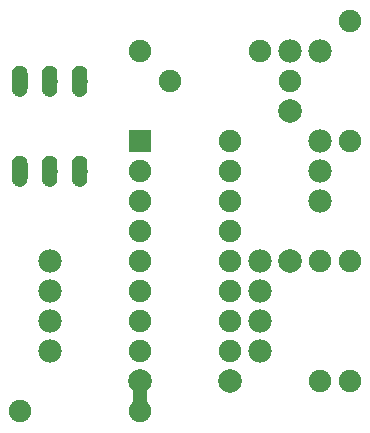
<source format=gtl>
G04 MADE WITH FRITZING*
G04 WWW.FRITZING.ORG*
G04 DOUBLE SIDED*
G04 HOLES PLATED*
G04 CONTOUR ON CENTER OF CONTOUR VECTOR*
%ASAXBY*%
%FSLAX23Y23*%
%MOIN*%
%OFA0B0*%
%SFA1.0B1.0*%
%ADD10C,0.078000*%
%ADD11C,0.075000*%
%ADD12C,0.052000*%
%ADD13C,0.078740*%
%ADD14R,0.075000X0.075000*%
%ADD15C,0.048000*%
%ADD16R,0.001000X0.001000*%
%LNCOPPER1*%
G90*
G70*
G54D10*
X1118Y888D03*
X1118Y988D03*
X1118Y1088D03*
X918Y388D03*
X918Y488D03*
X918Y588D03*
X918Y688D03*
X218Y388D03*
X218Y488D03*
X218Y588D03*
X218Y688D03*
G54D11*
X1218Y1088D03*
X1218Y1488D03*
X1218Y688D03*
X1218Y288D03*
X1118Y688D03*
X1118Y288D03*
G54D12*
X118Y988D03*
X218Y988D03*
X218Y1288D03*
X118Y1288D03*
X118Y988D03*
X218Y988D03*
X218Y1288D03*
X118Y1288D03*
X218Y988D03*
X318Y988D03*
X318Y1288D03*
X218Y1288D03*
X218Y988D03*
X318Y988D03*
X318Y1288D03*
X218Y1288D03*
G54D11*
X518Y1388D03*
X918Y1388D03*
X618Y1288D03*
X1018Y1288D03*
X118Y188D03*
X518Y188D03*
G54D10*
X1018Y1388D03*
X1118Y1388D03*
G54D13*
X818Y288D03*
X518Y288D03*
X1018Y1188D03*
X1018Y688D03*
G54D11*
X518Y1088D03*
X818Y1088D03*
X518Y988D03*
X818Y988D03*
X518Y888D03*
X818Y888D03*
X518Y788D03*
X818Y788D03*
X518Y688D03*
X818Y688D03*
X518Y588D03*
X818Y588D03*
X518Y488D03*
X818Y488D03*
X518Y388D03*
X818Y388D03*
G54D14*
X518Y1088D03*
G54D15*
X518Y216D02*
X518Y261D01*
G54D16*
X112Y1340D02*
X122Y1340D01*
X212Y1340D02*
X222Y1340D01*
X311Y1340D02*
X322Y1340D01*
X108Y1339D02*
X126Y1339D01*
X208Y1339D02*
X226Y1339D01*
X308Y1339D02*
X326Y1339D01*
X106Y1338D02*
X128Y1338D01*
X206Y1338D02*
X228Y1338D01*
X306Y1338D02*
X328Y1338D01*
X104Y1337D02*
X130Y1337D01*
X204Y1337D02*
X230Y1337D01*
X304Y1337D02*
X330Y1337D01*
X103Y1336D02*
X131Y1336D01*
X203Y1336D02*
X231Y1336D01*
X303Y1336D02*
X331Y1336D01*
X101Y1335D02*
X133Y1335D01*
X201Y1335D02*
X233Y1335D01*
X301Y1335D02*
X333Y1335D01*
X100Y1334D02*
X134Y1334D01*
X200Y1334D02*
X234Y1334D01*
X300Y1334D02*
X334Y1334D01*
X99Y1333D02*
X135Y1333D01*
X199Y1333D02*
X235Y1333D01*
X299Y1333D02*
X335Y1333D01*
X98Y1332D02*
X136Y1332D01*
X198Y1332D02*
X236Y1332D01*
X298Y1332D02*
X336Y1332D01*
X97Y1331D02*
X137Y1331D01*
X197Y1331D02*
X237Y1331D01*
X297Y1331D02*
X337Y1331D01*
X97Y1330D02*
X137Y1330D01*
X197Y1330D02*
X237Y1330D01*
X297Y1330D02*
X337Y1330D01*
X96Y1329D02*
X138Y1329D01*
X196Y1329D02*
X238Y1329D01*
X296Y1329D02*
X338Y1329D01*
X95Y1328D02*
X139Y1328D01*
X195Y1328D02*
X239Y1328D01*
X295Y1328D02*
X339Y1328D01*
X95Y1327D02*
X139Y1327D01*
X195Y1327D02*
X239Y1327D01*
X295Y1327D02*
X339Y1327D01*
X94Y1326D02*
X140Y1326D01*
X194Y1326D02*
X240Y1326D01*
X294Y1326D02*
X340Y1326D01*
X94Y1325D02*
X140Y1325D01*
X194Y1325D02*
X240Y1325D01*
X294Y1325D02*
X340Y1325D01*
X93Y1324D02*
X141Y1324D01*
X193Y1324D02*
X241Y1324D01*
X293Y1324D02*
X341Y1324D01*
X93Y1323D02*
X141Y1323D01*
X193Y1323D02*
X241Y1323D01*
X293Y1323D02*
X341Y1323D01*
X93Y1322D02*
X141Y1322D01*
X193Y1322D02*
X241Y1322D01*
X293Y1322D02*
X341Y1322D01*
X92Y1321D02*
X142Y1321D01*
X192Y1321D02*
X242Y1321D01*
X292Y1321D02*
X342Y1321D01*
X92Y1320D02*
X142Y1320D01*
X192Y1320D02*
X242Y1320D01*
X292Y1320D02*
X342Y1320D01*
X92Y1319D02*
X142Y1319D01*
X192Y1319D02*
X242Y1319D01*
X292Y1319D02*
X342Y1319D01*
X92Y1318D02*
X142Y1318D01*
X192Y1318D02*
X242Y1318D01*
X292Y1318D02*
X342Y1318D01*
X92Y1317D02*
X142Y1317D01*
X192Y1317D02*
X242Y1317D01*
X292Y1317D02*
X342Y1317D01*
X92Y1316D02*
X142Y1316D01*
X192Y1316D02*
X242Y1316D01*
X292Y1316D02*
X342Y1316D01*
X92Y1315D02*
X142Y1315D01*
X192Y1315D02*
X242Y1315D01*
X291Y1315D02*
X342Y1315D01*
X92Y1314D02*
X143Y1314D01*
X191Y1314D02*
X242Y1314D01*
X291Y1314D02*
X342Y1314D01*
X92Y1313D02*
X143Y1313D01*
X191Y1313D02*
X242Y1313D01*
X291Y1313D02*
X342Y1313D01*
X92Y1312D02*
X143Y1312D01*
X191Y1312D02*
X242Y1312D01*
X291Y1312D02*
X342Y1312D01*
X92Y1311D02*
X143Y1311D01*
X191Y1311D02*
X242Y1311D01*
X291Y1311D02*
X342Y1311D01*
X92Y1310D02*
X143Y1310D01*
X191Y1310D02*
X242Y1310D01*
X291Y1310D02*
X342Y1310D01*
X92Y1309D02*
X143Y1309D01*
X191Y1309D02*
X242Y1309D01*
X291Y1309D02*
X342Y1309D01*
X92Y1308D02*
X143Y1308D01*
X191Y1308D02*
X242Y1308D01*
X291Y1308D02*
X342Y1308D01*
X92Y1307D02*
X143Y1307D01*
X191Y1307D02*
X242Y1307D01*
X291Y1307D02*
X342Y1307D01*
X92Y1306D02*
X143Y1306D01*
X191Y1306D02*
X242Y1306D01*
X291Y1306D02*
X342Y1306D01*
X92Y1305D02*
X143Y1305D01*
X191Y1305D02*
X242Y1305D01*
X291Y1305D02*
X342Y1305D01*
X92Y1304D02*
X112Y1304D01*
X122Y1304D02*
X143Y1304D01*
X191Y1304D02*
X212Y1304D01*
X222Y1304D02*
X242Y1304D01*
X291Y1304D02*
X312Y1304D01*
X322Y1304D02*
X342Y1304D01*
X92Y1303D02*
X109Y1303D01*
X125Y1303D02*
X143Y1303D01*
X191Y1303D02*
X209Y1303D01*
X225Y1303D02*
X242Y1303D01*
X291Y1303D02*
X309Y1303D01*
X325Y1303D02*
X342Y1303D01*
X92Y1302D02*
X108Y1302D01*
X126Y1302D02*
X143Y1302D01*
X191Y1302D02*
X208Y1302D01*
X226Y1302D02*
X242Y1302D01*
X291Y1302D02*
X308Y1302D01*
X326Y1302D02*
X342Y1302D01*
X92Y1301D02*
X106Y1301D01*
X128Y1301D02*
X143Y1301D01*
X191Y1301D02*
X206Y1301D01*
X228Y1301D02*
X242Y1301D01*
X291Y1301D02*
X306Y1301D01*
X328Y1301D02*
X342Y1301D01*
X92Y1300D02*
X105Y1300D01*
X129Y1300D02*
X143Y1300D01*
X191Y1300D02*
X205Y1300D01*
X229Y1300D02*
X242Y1300D01*
X291Y1300D02*
X305Y1300D01*
X329Y1300D02*
X342Y1300D01*
X92Y1299D02*
X104Y1299D01*
X130Y1299D02*
X143Y1299D01*
X191Y1299D02*
X204Y1299D01*
X230Y1299D02*
X242Y1299D01*
X291Y1299D02*
X304Y1299D01*
X330Y1299D02*
X342Y1299D01*
X92Y1298D02*
X104Y1298D01*
X131Y1298D02*
X143Y1298D01*
X191Y1298D02*
X203Y1298D01*
X230Y1298D02*
X242Y1298D01*
X291Y1298D02*
X303Y1298D01*
X330Y1298D02*
X342Y1298D01*
X92Y1297D02*
X103Y1297D01*
X131Y1297D02*
X143Y1297D01*
X191Y1297D02*
X203Y1297D01*
X231Y1297D02*
X242Y1297D01*
X291Y1297D02*
X303Y1297D01*
X331Y1297D02*
X342Y1297D01*
X92Y1296D02*
X102Y1296D01*
X132Y1296D02*
X143Y1296D01*
X191Y1296D02*
X202Y1296D01*
X232Y1296D02*
X242Y1296D01*
X291Y1296D02*
X302Y1296D01*
X332Y1296D02*
X342Y1296D01*
X92Y1295D02*
X102Y1295D01*
X132Y1295D02*
X143Y1295D01*
X191Y1295D02*
X202Y1295D01*
X232Y1295D02*
X242Y1295D01*
X291Y1295D02*
X302Y1295D01*
X332Y1295D02*
X342Y1295D01*
X92Y1294D02*
X101Y1294D01*
X133Y1294D02*
X143Y1294D01*
X191Y1294D02*
X201Y1294D01*
X233Y1294D02*
X242Y1294D01*
X291Y1294D02*
X301Y1294D01*
X332Y1294D02*
X342Y1294D01*
X92Y1293D02*
X101Y1293D01*
X133Y1293D02*
X143Y1293D01*
X191Y1293D02*
X201Y1293D01*
X233Y1293D02*
X242Y1293D01*
X291Y1293D02*
X301Y1293D01*
X333Y1293D02*
X342Y1293D01*
X92Y1292D02*
X101Y1292D01*
X133Y1292D02*
X143Y1292D01*
X191Y1292D02*
X201Y1292D01*
X233Y1292D02*
X242Y1292D01*
X291Y1292D02*
X301Y1292D01*
X333Y1292D02*
X342Y1292D01*
X92Y1291D02*
X101Y1291D01*
X133Y1291D02*
X143Y1291D01*
X191Y1291D02*
X201Y1291D01*
X233Y1291D02*
X242Y1291D01*
X291Y1291D02*
X301Y1291D01*
X333Y1291D02*
X342Y1291D01*
X92Y1290D02*
X101Y1290D01*
X133Y1290D02*
X143Y1290D01*
X191Y1290D02*
X201Y1290D01*
X233Y1290D02*
X242Y1290D01*
X291Y1290D02*
X301Y1290D01*
X333Y1290D02*
X342Y1290D01*
X92Y1289D02*
X101Y1289D01*
X133Y1289D02*
X143Y1289D01*
X191Y1289D02*
X201Y1289D01*
X233Y1289D02*
X242Y1289D01*
X291Y1289D02*
X301Y1289D01*
X333Y1289D02*
X342Y1289D01*
X92Y1288D02*
X101Y1288D01*
X133Y1288D02*
X143Y1288D01*
X191Y1288D02*
X201Y1288D01*
X233Y1288D02*
X242Y1288D01*
X291Y1288D02*
X301Y1288D01*
X333Y1288D02*
X342Y1288D01*
X92Y1287D02*
X101Y1287D01*
X133Y1287D02*
X143Y1287D01*
X191Y1287D02*
X201Y1287D01*
X233Y1287D02*
X242Y1287D01*
X291Y1287D02*
X301Y1287D01*
X333Y1287D02*
X342Y1287D01*
X92Y1286D02*
X101Y1286D01*
X133Y1286D02*
X143Y1286D01*
X191Y1286D02*
X201Y1286D01*
X233Y1286D02*
X242Y1286D01*
X291Y1286D02*
X301Y1286D01*
X333Y1286D02*
X342Y1286D01*
X92Y1285D02*
X101Y1285D01*
X133Y1285D02*
X143Y1285D01*
X191Y1285D02*
X201Y1285D01*
X233Y1285D02*
X242Y1285D01*
X291Y1285D02*
X301Y1285D01*
X333Y1285D02*
X342Y1285D01*
X92Y1284D02*
X101Y1284D01*
X133Y1284D02*
X143Y1284D01*
X191Y1284D02*
X201Y1284D01*
X233Y1284D02*
X242Y1284D01*
X291Y1284D02*
X301Y1284D01*
X333Y1284D02*
X342Y1284D01*
X92Y1283D02*
X102Y1283D01*
X132Y1283D02*
X143Y1283D01*
X191Y1283D02*
X202Y1283D01*
X232Y1283D02*
X242Y1283D01*
X291Y1283D02*
X302Y1283D01*
X332Y1283D02*
X342Y1283D01*
X92Y1282D02*
X102Y1282D01*
X132Y1282D02*
X143Y1282D01*
X191Y1282D02*
X202Y1282D01*
X232Y1282D02*
X242Y1282D01*
X291Y1282D02*
X302Y1282D01*
X332Y1282D02*
X342Y1282D01*
X92Y1281D02*
X103Y1281D01*
X131Y1281D02*
X143Y1281D01*
X191Y1281D02*
X203Y1281D01*
X231Y1281D02*
X242Y1281D01*
X291Y1281D02*
X303Y1281D01*
X331Y1281D02*
X342Y1281D01*
X92Y1280D02*
X103Y1280D01*
X131Y1280D02*
X143Y1280D01*
X191Y1280D02*
X203Y1280D01*
X231Y1280D02*
X242Y1280D01*
X291Y1280D02*
X303Y1280D01*
X331Y1280D02*
X342Y1280D01*
X92Y1279D02*
X104Y1279D01*
X130Y1279D02*
X143Y1279D01*
X191Y1279D02*
X204Y1279D01*
X230Y1279D02*
X242Y1279D01*
X291Y1279D02*
X304Y1279D01*
X330Y1279D02*
X342Y1279D01*
X92Y1278D02*
X105Y1278D01*
X129Y1278D02*
X143Y1278D01*
X191Y1278D02*
X205Y1278D01*
X229Y1278D02*
X242Y1278D01*
X291Y1278D02*
X305Y1278D01*
X329Y1278D02*
X342Y1278D01*
X92Y1277D02*
X106Y1277D01*
X128Y1277D02*
X143Y1277D01*
X191Y1277D02*
X206Y1277D01*
X228Y1277D02*
X242Y1277D01*
X291Y1277D02*
X306Y1277D01*
X328Y1277D02*
X342Y1277D01*
X92Y1276D02*
X107Y1276D01*
X127Y1276D02*
X143Y1276D01*
X191Y1276D02*
X207Y1276D01*
X227Y1276D02*
X242Y1276D01*
X291Y1276D02*
X307Y1276D01*
X327Y1276D02*
X342Y1276D01*
X92Y1275D02*
X108Y1275D01*
X126Y1275D02*
X143Y1275D01*
X191Y1275D02*
X208Y1275D01*
X226Y1275D02*
X242Y1275D01*
X291Y1275D02*
X308Y1275D01*
X326Y1275D02*
X342Y1275D01*
X92Y1274D02*
X110Y1274D01*
X124Y1274D02*
X143Y1274D01*
X191Y1274D02*
X210Y1274D01*
X224Y1274D02*
X242Y1274D01*
X291Y1274D02*
X310Y1274D01*
X324Y1274D02*
X342Y1274D01*
X92Y1273D02*
X114Y1273D01*
X120Y1273D02*
X143Y1273D01*
X191Y1273D02*
X214Y1273D01*
X220Y1273D02*
X242Y1273D01*
X291Y1273D02*
X314Y1273D01*
X320Y1273D02*
X342Y1273D01*
X92Y1272D02*
X143Y1272D01*
X191Y1272D02*
X242Y1272D01*
X291Y1272D02*
X342Y1272D01*
X92Y1271D02*
X143Y1271D01*
X191Y1271D02*
X242Y1271D01*
X291Y1271D02*
X342Y1271D01*
X92Y1270D02*
X143Y1270D01*
X191Y1270D02*
X242Y1270D01*
X291Y1270D02*
X342Y1270D01*
X92Y1269D02*
X143Y1269D01*
X191Y1269D02*
X242Y1269D01*
X291Y1269D02*
X342Y1269D01*
X92Y1268D02*
X143Y1268D01*
X191Y1268D02*
X242Y1268D01*
X291Y1268D02*
X342Y1268D01*
X92Y1267D02*
X143Y1267D01*
X191Y1267D02*
X242Y1267D01*
X291Y1267D02*
X342Y1267D01*
X92Y1266D02*
X143Y1266D01*
X191Y1266D02*
X242Y1266D01*
X291Y1266D02*
X342Y1266D01*
X92Y1265D02*
X143Y1265D01*
X191Y1265D02*
X242Y1265D01*
X291Y1265D02*
X342Y1265D01*
X92Y1264D02*
X143Y1264D01*
X191Y1264D02*
X242Y1264D01*
X291Y1264D02*
X342Y1264D01*
X92Y1263D02*
X143Y1263D01*
X191Y1263D02*
X242Y1263D01*
X291Y1263D02*
X342Y1263D01*
X92Y1262D02*
X142Y1262D01*
X192Y1262D02*
X242Y1262D01*
X292Y1262D02*
X342Y1262D01*
X92Y1261D02*
X142Y1261D01*
X192Y1261D02*
X242Y1261D01*
X292Y1261D02*
X342Y1261D01*
X92Y1260D02*
X142Y1260D01*
X192Y1260D02*
X242Y1260D01*
X292Y1260D02*
X342Y1260D01*
X92Y1259D02*
X142Y1259D01*
X192Y1259D02*
X242Y1259D01*
X292Y1259D02*
X342Y1259D01*
X92Y1258D02*
X142Y1258D01*
X192Y1258D02*
X242Y1258D01*
X292Y1258D02*
X342Y1258D01*
X92Y1257D02*
X142Y1257D01*
X192Y1257D02*
X242Y1257D01*
X292Y1257D02*
X342Y1257D01*
X92Y1256D02*
X142Y1256D01*
X192Y1256D02*
X242Y1256D01*
X292Y1256D02*
X342Y1256D01*
X93Y1255D02*
X141Y1255D01*
X193Y1255D02*
X241Y1255D01*
X293Y1255D02*
X341Y1255D01*
X93Y1254D02*
X141Y1254D01*
X193Y1254D02*
X241Y1254D01*
X293Y1254D02*
X341Y1254D01*
X93Y1253D02*
X141Y1253D01*
X193Y1253D02*
X241Y1253D01*
X293Y1253D02*
X341Y1253D01*
X94Y1252D02*
X140Y1252D01*
X194Y1252D02*
X240Y1252D01*
X294Y1252D02*
X340Y1252D01*
X94Y1251D02*
X140Y1251D01*
X194Y1251D02*
X240Y1251D01*
X294Y1251D02*
X340Y1251D01*
X95Y1250D02*
X139Y1250D01*
X195Y1250D02*
X239Y1250D01*
X295Y1250D02*
X339Y1250D01*
X96Y1249D02*
X138Y1249D01*
X195Y1249D02*
X238Y1249D01*
X295Y1249D02*
X338Y1249D01*
X96Y1248D02*
X138Y1248D01*
X196Y1248D02*
X238Y1248D01*
X296Y1248D02*
X338Y1248D01*
X97Y1247D02*
X137Y1247D01*
X197Y1247D02*
X237Y1247D01*
X297Y1247D02*
X337Y1247D01*
X98Y1246D02*
X136Y1246D01*
X198Y1246D02*
X236Y1246D01*
X298Y1246D02*
X336Y1246D01*
X99Y1245D02*
X135Y1245D01*
X199Y1245D02*
X235Y1245D01*
X299Y1245D02*
X335Y1245D01*
X100Y1244D02*
X134Y1244D01*
X200Y1244D02*
X234Y1244D01*
X300Y1244D02*
X334Y1244D01*
X101Y1243D02*
X133Y1243D01*
X201Y1243D02*
X233Y1243D01*
X301Y1243D02*
X333Y1243D01*
X102Y1242D02*
X132Y1242D01*
X202Y1242D02*
X232Y1242D01*
X302Y1242D02*
X332Y1242D01*
X103Y1241D02*
X131Y1241D01*
X203Y1241D02*
X231Y1241D01*
X303Y1241D02*
X331Y1241D01*
X105Y1240D02*
X129Y1240D01*
X205Y1240D02*
X229Y1240D01*
X305Y1240D02*
X329Y1240D01*
X107Y1239D02*
X127Y1239D01*
X207Y1239D02*
X227Y1239D01*
X307Y1239D02*
X327Y1239D01*
X110Y1238D02*
X124Y1238D01*
X210Y1238D02*
X224Y1238D01*
X309Y1238D02*
X324Y1238D01*
X114Y1237D02*
X120Y1237D01*
X214Y1237D02*
X220Y1237D01*
X314Y1237D02*
X320Y1237D01*
X111Y1040D02*
X123Y1040D01*
X211Y1040D02*
X223Y1040D01*
X311Y1040D02*
X323Y1040D01*
X108Y1039D02*
X126Y1039D01*
X208Y1039D02*
X226Y1039D01*
X308Y1039D02*
X326Y1039D01*
X106Y1038D02*
X128Y1038D01*
X206Y1038D02*
X228Y1038D01*
X306Y1038D02*
X328Y1038D01*
X104Y1037D02*
X130Y1037D01*
X204Y1037D02*
X230Y1037D01*
X304Y1037D02*
X330Y1037D01*
X103Y1036D02*
X132Y1036D01*
X202Y1036D02*
X231Y1036D01*
X302Y1036D02*
X331Y1036D01*
X101Y1035D02*
X133Y1035D01*
X201Y1035D02*
X233Y1035D01*
X301Y1035D02*
X333Y1035D01*
X100Y1034D02*
X134Y1034D01*
X200Y1034D02*
X234Y1034D01*
X300Y1034D02*
X334Y1034D01*
X99Y1033D02*
X135Y1033D01*
X199Y1033D02*
X235Y1033D01*
X299Y1033D02*
X335Y1033D01*
X98Y1032D02*
X136Y1032D01*
X198Y1032D02*
X236Y1032D01*
X298Y1032D02*
X336Y1032D01*
X97Y1031D02*
X137Y1031D01*
X197Y1031D02*
X237Y1031D01*
X297Y1031D02*
X337Y1031D01*
X96Y1030D02*
X138Y1030D01*
X196Y1030D02*
X238Y1030D01*
X296Y1030D02*
X338Y1030D01*
X96Y1029D02*
X138Y1029D01*
X196Y1029D02*
X238Y1029D01*
X296Y1029D02*
X338Y1029D01*
X95Y1028D02*
X139Y1028D01*
X195Y1028D02*
X239Y1028D01*
X295Y1028D02*
X339Y1028D01*
X95Y1027D02*
X139Y1027D01*
X195Y1027D02*
X239Y1027D01*
X295Y1027D02*
X339Y1027D01*
X94Y1026D02*
X140Y1026D01*
X194Y1026D02*
X240Y1026D01*
X294Y1026D02*
X340Y1026D01*
X94Y1025D02*
X140Y1025D01*
X194Y1025D02*
X240Y1025D01*
X294Y1025D02*
X340Y1025D01*
X93Y1024D02*
X141Y1024D01*
X193Y1024D02*
X241Y1024D01*
X293Y1024D02*
X341Y1024D01*
X93Y1023D02*
X141Y1023D01*
X193Y1023D02*
X241Y1023D01*
X293Y1023D02*
X341Y1023D01*
X93Y1022D02*
X141Y1022D01*
X193Y1022D02*
X241Y1022D01*
X292Y1022D02*
X341Y1022D01*
X92Y1021D02*
X142Y1021D01*
X192Y1021D02*
X242Y1021D01*
X292Y1021D02*
X342Y1021D01*
X92Y1020D02*
X142Y1020D01*
X192Y1020D02*
X242Y1020D01*
X292Y1020D02*
X342Y1020D01*
X92Y1019D02*
X142Y1019D01*
X192Y1019D02*
X242Y1019D01*
X292Y1019D02*
X342Y1019D01*
X92Y1018D02*
X142Y1018D01*
X192Y1018D02*
X242Y1018D01*
X292Y1018D02*
X342Y1018D01*
X92Y1017D02*
X142Y1017D01*
X192Y1017D02*
X242Y1017D01*
X292Y1017D02*
X342Y1017D01*
X92Y1016D02*
X142Y1016D01*
X192Y1016D02*
X242Y1016D01*
X292Y1016D02*
X342Y1016D01*
X92Y1015D02*
X142Y1015D01*
X192Y1015D02*
X242Y1015D01*
X291Y1015D02*
X342Y1015D01*
X92Y1014D02*
X143Y1014D01*
X191Y1014D02*
X242Y1014D01*
X291Y1014D02*
X342Y1014D01*
X92Y1013D02*
X143Y1013D01*
X191Y1013D02*
X242Y1013D01*
X291Y1013D02*
X342Y1013D01*
X92Y1012D02*
X143Y1012D01*
X191Y1012D02*
X242Y1012D01*
X291Y1012D02*
X342Y1012D01*
X92Y1011D02*
X143Y1011D01*
X191Y1011D02*
X242Y1011D01*
X291Y1011D02*
X342Y1011D01*
X92Y1010D02*
X143Y1010D01*
X191Y1010D02*
X242Y1010D01*
X291Y1010D02*
X342Y1010D01*
X92Y1009D02*
X143Y1009D01*
X191Y1009D02*
X242Y1009D01*
X291Y1009D02*
X342Y1009D01*
X92Y1008D02*
X143Y1008D01*
X191Y1008D02*
X242Y1008D01*
X291Y1008D02*
X342Y1008D01*
X92Y1007D02*
X143Y1007D01*
X191Y1007D02*
X242Y1007D01*
X291Y1007D02*
X342Y1007D01*
X92Y1006D02*
X143Y1006D01*
X191Y1006D02*
X242Y1006D01*
X291Y1006D02*
X342Y1006D01*
X92Y1005D02*
X143Y1005D01*
X191Y1005D02*
X242Y1005D01*
X291Y1005D02*
X342Y1005D01*
X92Y1004D02*
X112Y1004D01*
X122Y1004D02*
X143Y1004D01*
X191Y1004D02*
X212Y1004D01*
X222Y1004D02*
X242Y1004D01*
X291Y1004D02*
X312Y1004D01*
X322Y1004D02*
X342Y1004D01*
X92Y1003D02*
X109Y1003D01*
X125Y1003D02*
X143Y1003D01*
X191Y1003D02*
X209Y1003D01*
X225Y1003D02*
X242Y1003D01*
X291Y1003D02*
X309Y1003D01*
X325Y1003D02*
X342Y1003D01*
X92Y1002D02*
X107Y1002D01*
X127Y1002D02*
X143Y1002D01*
X191Y1002D02*
X207Y1002D01*
X227Y1002D02*
X242Y1002D01*
X291Y1002D02*
X307Y1002D01*
X326Y1002D02*
X342Y1002D01*
X92Y1001D02*
X106Y1001D01*
X128Y1001D02*
X143Y1001D01*
X191Y1001D02*
X206Y1001D01*
X228Y1001D02*
X242Y1001D01*
X291Y1001D02*
X306Y1001D01*
X328Y1001D02*
X342Y1001D01*
X92Y1000D02*
X105Y1000D01*
X129Y1000D02*
X143Y1000D01*
X191Y1000D02*
X205Y1000D01*
X229Y1000D02*
X242Y1000D01*
X291Y1000D02*
X305Y1000D01*
X329Y1000D02*
X342Y1000D01*
X92Y999D02*
X104Y999D01*
X130Y999D02*
X143Y999D01*
X191Y999D02*
X204Y999D01*
X230Y999D02*
X242Y999D01*
X291Y999D02*
X304Y999D01*
X330Y999D02*
X342Y999D01*
X92Y998D02*
X103Y998D01*
X131Y998D02*
X143Y998D01*
X191Y998D02*
X203Y998D01*
X231Y998D02*
X242Y998D01*
X291Y998D02*
X303Y998D01*
X331Y998D02*
X342Y998D01*
X92Y997D02*
X103Y997D01*
X131Y997D02*
X143Y997D01*
X191Y997D02*
X203Y997D01*
X231Y997D02*
X242Y997D01*
X291Y997D02*
X303Y997D01*
X331Y997D02*
X342Y997D01*
X92Y996D02*
X102Y996D01*
X132Y996D02*
X143Y996D01*
X191Y996D02*
X202Y996D01*
X232Y996D02*
X242Y996D01*
X291Y996D02*
X302Y996D01*
X332Y996D02*
X342Y996D01*
X92Y995D02*
X102Y995D01*
X132Y995D02*
X143Y995D01*
X191Y995D02*
X202Y995D01*
X232Y995D02*
X242Y995D01*
X291Y995D02*
X302Y995D01*
X332Y995D02*
X342Y995D01*
X92Y994D02*
X101Y994D01*
X133Y994D02*
X143Y994D01*
X191Y994D02*
X201Y994D01*
X233Y994D02*
X242Y994D01*
X291Y994D02*
X301Y994D01*
X333Y994D02*
X342Y994D01*
X92Y993D02*
X101Y993D01*
X133Y993D02*
X143Y993D01*
X191Y993D02*
X201Y993D01*
X233Y993D02*
X242Y993D01*
X291Y993D02*
X301Y993D01*
X333Y993D02*
X342Y993D01*
X92Y992D02*
X101Y992D01*
X133Y992D02*
X143Y992D01*
X191Y992D02*
X201Y992D01*
X233Y992D02*
X242Y992D01*
X291Y992D02*
X301Y992D01*
X333Y992D02*
X342Y992D01*
X92Y991D02*
X101Y991D01*
X133Y991D02*
X143Y991D01*
X191Y991D02*
X201Y991D01*
X233Y991D02*
X242Y991D01*
X291Y991D02*
X301Y991D01*
X333Y991D02*
X342Y991D01*
X92Y990D02*
X101Y990D01*
X133Y990D02*
X143Y990D01*
X191Y990D02*
X201Y990D01*
X233Y990D02*
X242Y990D01*
X291Y990D02*
X301Y990D01*
X333Y990D02*
X342Y990D01*
X92Y989D02*
X101Y989D01*
X133Y989D02*
X143Y989D01*
X191Y989D02*
X201Y989D01*
X233Y989D02*
X242Y989D01*
X291Y989D02*
X301Y989D01*
X333Y989D02*
X342Y989D01*
X92Y988D02*
X101Y988D01*
X133Y988D02*
X143Y988D01*
X191Y988D02*
X201Y988D01*
X233Y988D02*
X242Y988D01*
X291Y988D02*
X301Y988D01*
X333Y988D02*
X342Y988D01*
X92Y987D02*
X101Y987D01*
X133Y987D02*
X143Y987D01*
X191Y987D02*
X201Y987D01*
X233Y987D02*
X242Y987D01*
X291Y987D02*
X301Y987D01*
X333Y987D02*
X342Y987D01*
X92Y986D02*
X101Y986D01*
X133Y986D02*
X143Y986D01*
X191Y986D02*
X201Y986D01*
X233Y986D02*
X242Y986D01*
X291Y986D02*
X301Y986D01*
X333Y986D02*
X342Y986D01*
X92Y985D02*
X101Y985D01*
X133Y985D02*
X143Y985D01*
X191Y985D02*
X201Y985D01*
X233Y985D02*
X242Y985D01*
X291Y985D02*
X301Y985D01*
X333Y985D02*
X342Y985D01*
X92Y984D02*
X101Y984D01*
X133Y984D02*
X143Y984D01*
X191Y984D02*
X201Y984D01*
X233Y984D02*
X242Y984D01*
X291Y984D02*
X301Y984D01*
X333Y984D02*
X342Y984D01*
X92Y983D02*
X102Y983D01*
X132Y983D02*
X143Y983D01*
X191Y983D02*
X202Y983D01*
X232Y983D02*
X242Y983D01*
X291Y983D02*
X302Y983D01*
X332Y983D02*
X342Y983D01*
X92Y982D02*
X102Y982D01*
X132Y982D02*
X143Y982D01*
X191Y982D02*
X202Y982D01*
X232Y982D02*
X242Y982D01*
X291Y982D02*
X302Y982D01*
X332Y982D02*
X342Y982D01*
X92Y981D02*
X103Y981D01*
X131Y981D02*
X143Y981D01*
X191Y981D02*
X203Y981D01*
X231Y981D02*
X242Y981D01*
X291Y981D02*
X303Y981D01*
X331Y981D02*
X342Y981D01*
X92Y980D02*
X103Y980D01*
X131Y980D02*
X143Y980D01*
X191Y980D02*
X203Y980D01*
X231Y980D02*
X242Y980D01*
X291Y980D02*
X303Y980D01*
X331Y980D02*
X342Y980D01*
X92Y979D02*
X104Y979D01*
X130Y979D02*
X143Y979D01*
X191Y979D02*
X204Y979D01*
X230Y979D02*
X242Y979D01*
X291Y979D02*
X304Y979D01*
X330Y979D02*
X342Y979D01*
X92Y978D02*
X105Y978D01*
X129Y978D02*
X143Y978D01*
X191Y978D02*
X205Y978D01*
X229Y978D02*
X242Y978D01*
X291Y978D02*
X305Y978D01*
X329Y978D02*
X342Y978D01*
X92Y977D02*
X106Y977D01*
X128Y977D02*
X143Y977D01*
X191Y977D02*
X206Y977D01*
X228Y977D02*
X242Y977D01*
X291Y977D02*
X306Y977D01*
X328Y977D02*
X342Y977D01*
X92Y976D02*
X107Y976D01*
X127Y976D02*
X143Y976D01*
X191Y976D02*
X207Y976D01*
X227Y976D02*
X242Y976D01*
X291Y976D02*
X307Y976D01*
X327Y976D02*
X342Y976D01*
X92Y975D02*
X109Y975D01*
X125Y975D02*
X143Y975D01*
X191Y975D02*
X209Y975D01*
X225Y975D02*
X242Y975D01*
X291Y975D02*
X309Y975D01*
X325Y975D02*
X342Y975D01*
X92Y974D02*
X111Y974D01*
X123Y974D02*
X143Y974D01*
X191Y974D02*
X211Y974D01*
X223Y974D02*
X242Y974D01*
X291Y974D02*
X311Y974D01*
X323Y974D02*
X342Y974D01*
X92Y973D02*
X115Y973D01*
X119Y973D02*
X143Y973D01*
X191Y973D02*
X215Y973D01*
X219Y973D02*
X242Y973D01*
X291Y973D02*
X315Y973D01*
X319Y973D02*
X342Y973D01*
X92Y972D02*
X143Y972D01*
X191Y972D02*
X242Y972D01*
X291Y972D02*
X342Y972D01*
X92Y971D02*
X143Y971D01*
X191Y971D02*
X242Y971D01*
X291Y971D02*
X342Y971D01*
X92Y970D02*
X143Y970D01*
X191Y970D02*
X242Y970D01*
X291Y970D02*
X342Y970D01*
X92Y969D02*
X143Y969D01*
X191Y969D02*
X242Y969D01*
X291Y969D02*
X342Y969D01*
X92Y968D02*
X143Y968D01*
X191Y968D02*
X242Y968D01*
X291Y968D02*
X342Y968D01*
X92Y967D02*
X143Y967D01*
X191Y967D02*
X242Y967D01*
X291Y967D02*
X342Y967D01*
X92Y966D02*
X143Y966D01*
X191Y966D02*
X242Y966D01*
X291Y966D02*
X342Y966D01*
X92Y965D02*
X143Y965D01*
X191Y965D02*
X242Y965D01*
X291Y965D02*
X342Y965D01*
X92Y964D02*
X143Y964D01*
X191Y964D02*
X242Y964D01*
X291Y964D02*
X342Y964D01*
X92Y963D02*
X143Y963D01*
X191Y963D02*
X242Y963D01*
X291Y963D02*
X342Y963D01*
X92Y962D02*
X142Y962D01*
X192Y962D02*
X242Y962D01*
X292Y962D02*
X342Y962D01*
X92Y961D02*
X142Y961D01*
X192Y961D02*
X242Y961D01*
X292Y961D02*
X342Y961D01*
X92Y960D02*
X142Y960D01*
X192Y960D02*
X242Y960D01*
X292Y960D02*
X342Y960D01*
X92Y959D02*
X142Y959D01*
X192Y959D02*
X242Y959D01*
X292Y959D02*
X342Y959D01*
X92Y958D02*
X142Y958D01*
X192Y958D02*
X242Y958D01*
X292Y958D02*
X342Y958D01*
X92Y957D02*
X142Y957D01*
X192Y957D02*
X242Y957D01*
X292Y957D02*
X342Y957D01*
X92Y956D02*
X142Y956D01*
X192Y956D02*
X242Y956D01*
X292Y956D02*
X342Y956D01*
X93Y955D02*
X141Y955D01*
X193Y955D02*
X241Y955D01*
X293Y955D02*
X341Y955D01*
X93Y954D02*
X141Y954D01*
X193Y954D02*
X241Y954D01*
X293Y954D02*
X341Y954D01*
X93Y953D02*
X141Y953D01*
X193Y953D02*
X241Y953D01*
X293Y953D02*
X341Y953D01*
X94Y952D02*
X140Y952D01*
X194Y952D02*
X240Y952D01*
X294Y952D02*
X340Y952D01*
X94Y951D02*
X140Y951D01*
X194Y951D02*
X240Y951D01*
X294Y951D02*
X339Y951D01*
X95Y950D02*
X139Y950D01*
X195Y950D02*
X239Y950D01*
X295Y950D02*
X339Y950D01*
X96Y949D02*
X138Y949D01*
X196Y949D02*
X238Y949D01*
X296Y949D02*
X338Y949D01*
X96Y948D02*
X138Y948D01*
X196Y948D02*
X238Y948D01*
X296Y948D02*
X338Y948D01*
X97Y947D02*
X137Y947D01*
X197Y947D02*
X237Y947D01*
X297Y947D02*
X337Y947D01*
X98Y946D02*
X136Y946D01*
X198Y946D02*
X236Y946D01*
X298Y946D02*
X336Y946D01*
X99Y945D02*
X135Y945D01*
X199Y945D02*
X235Y945D01*
X299Y945D02*
X335Y945D01*
X100Y944D02*
X134Y944D01*
X200Y944D02*
X234Y944D01*
X300Y944D02*
X334Y944D01*
X101Y943D02*
X133Y943D01*
X201Y943D02*
X233Y943D01*
X301Y943D02*
X333Y943D01*
X102Y942D02*
X132Y942D01*
X202Y942D02*
X232Y942D01*
X302Y942D02*
X332Y942D01*
X103Y941D02*
X131Y941D01*
X203Y941D02*
X231Y941D01*
X303Y941D02*
X330Y941D01*
X105Y940D02*
X129Y940D01*
X205Y940D02*
X229Y940D01*
X305Y940D02*
X329Y940D01*
X107Y939D02*
X127Y939D01*
X207Y939D02*
X227Y939D01*
X307Y939D02*
X327Y939D01*
X110Y938D02*
X124Y938D01*
X210Y938D02*
X224Y938D01*
X310Y938D02*
X324Y938D01*
X115Y937D02*
X119Y937D01*
X215Y937D02*
X219Y937D01*
X315Y937D02*
X319Y937D01*
D02*
G04 End of Copper1*
M02*
</source>
